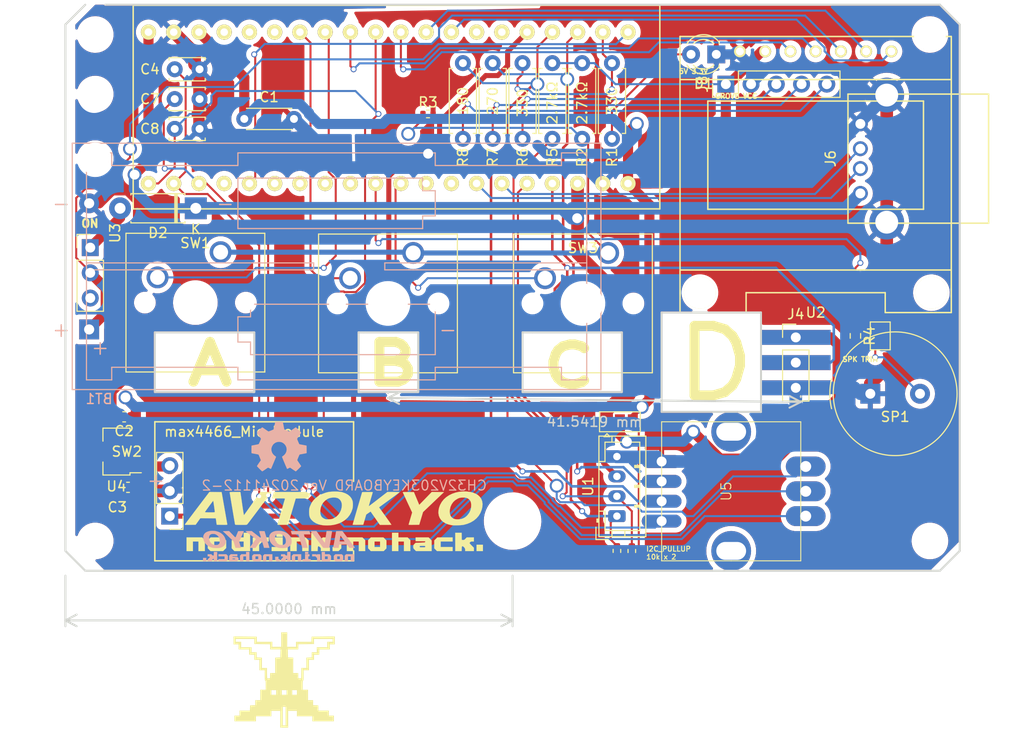
<source format=kicad_pcb>
(kicad_pcb (version 20221018) (generator pcbnew)
  (title_block (date "26 jul 2013"))
  (layers (0 "F.Cu" signal) (31 "B.Cu" signal) (34 "B.Paste" user) (35 "F.Paste" user) (36 "B.SilkS" user "B.Silkscreen") (37 "F.SilkS" user "F.Silkscreen") (38 "B.Mask" user) (39 "F.Mask" user) (44 "Edge.Cuts" user))
  (net 0 "")
  (net 1 "GND")
  (net 2 "BATTERY")
  (net 3 "MIC1")
  (net 4 "VCC")
  (net 5 "Net-(D1-A)")
  (net 6 "ENCODER1")
  (net 7 "ENCODER2")
  (net 8 "Net-(R2-Pad2)")
  (net 9 "AVCC")
  (net 10 "SW_ENCODER")
  (net 11 "Net-(D2-A)")
  (net 12 "+5V")
  (net 13 "Net-(J4-Pin_1)")
  (net 14 "SW3")
  (net 15 "SW1")
  (net 16 "SW2")
  (net 17 "Net-(JP1-B)")
  (net 18 "LED2")
  (net 19 "LED3")
  (net 20 "Net-(R5-Pad2)")
  (net 21 "LED1")
  (net 22 "SCK")
  (net 23 "MOSI")
  (net 24 "OLED_RESET")
  (net 25 "DC")
  (net 26 "CS")
  (net 27 "SPEAKER")
  (net 28 "Net-(J8-Pin_3)")
  (net 29 "USB2_DN")
  (net 30 "USB2_DP")
  (net 31 "Net-(J8-Pin_4)")
  (net 32 "Net-(J8-Pin_5)")
  (net 34 "GROVE_SCL")
  (net 35 "GROVE_SDA")
  (net 43 "MIC2")
  (net 44 "ACENTER")
  (footprint "Jumper:SolderJumper-2_P1.3mm_Bridged_Pad1.0x1.5mm" (layer "F.Cu") (at 170.0856 103.5948 -90)
    (fp_text reference "JP1" hide)
    (fp_text value "Jumper_2_Bridged")
  )
  (footprint "LED_THT:LED_D3.0mm" (layer "F.Cu") (at 153.5856 75.2448 180)
    (fp_text reference "D1")
    (fp_text value "LED")
  )
  (footprint "Resistor_THT:R_Axial_DIN0207_L6.3mm_D2.5mm_P7.62mm_Horizontal" (layer "F.Cu") (at 137.0856 76.1248 -90)
    (fp_text reference "R5")
    (fp_text value "2.7kΩ")
  )
  (footprint "MountingHole:MountingHole_3.2mm_M3" (layer "F.Cu") (at 90.9856 79.5448)
    (fp_text reference "REF**" hide)
    (fp_text value "MountingHole_3.2mm_M3")
  )
  (footprint "Diode_THT:D_DO-41_SOD81_P7.62mm_Horizontal" (layer "F.Cu") (at 101.2056 90.7448 180)
    (fp_text reference "D2")
    (fp_text value "1N6857UR")
  )
  (footprint "MountingHole:MountingHole_5.3mm_M5" (layer "F.Cu") (at 133.0856 122.2448)
    (fp_text reference "REF**" hide)
    (fp_text value "MountingHole_5.3mm_M5")
  )
  (footprint "Package_TO_SOT_SMD:SOT-89-3" (layer "F.Cu") (at 93.2231 115.2448 180)
    (fp_text reference "U4")
    (fp_text value "AP130-25Y")
  )
  (footprint "Connector_PinHeader_2.54mm:PinHeader_1x03_P2.54mm_Vertical" (layer "F.Cu") (at 161.5856 103.7448)
    (fp_text reference "J4")
    (fp_text value "NeoPixel")
  )
  (footprint "Connector_PinHeader_2.54mm:PinHeader_1x03_P2.54mm_Vertical" (layer "F.Cu") (at 90.5856 94.7048)
    (fp_text reference "SW4" hide)
    (fp_text value "SW_SPDT")
  )
  (footprint "Buzzer_Beeper:Buzzer_TDK_PS1240P02BT_D12.2mm_H6.5mm" (layer "F.Cu") (at 169.0856 109.4198)
    (fp_text reference "SP1")
    (fp_text value "SPEAKER")
  )
  (footprint "Resistor_SMD:R_0402_1005Metric" (layer "F.Cu") (at 143.5856 125.2448 90)
    (fp_text reference "R10" hide)
    (fp_text value "10k")
  )
  (footprint "library:EC12PLxxSDVF" (layer "F.Cu") (at 155.0856 119.2448 90)
    (fp_text reference "U5")
    (fp_text value "ROTARYENCODER")
  )
  (footprint "Capacitor_THT:C_Disc_D3.4mm_W2.1mm_P2.50mm" (layer "F.Cu") (at 99.0856 82.7448)
    (fp_text reference "C8")
    (fp_text value "C")
  )
  (footprint "library:AVTOKYO-COPY-30mm" (layer "F.Cu") (at 115.0856 122.2448)
    (fp_text reference "G***" hide)
    (fp_text value "LOGO" hide)
  )
  (footprint "Resistor_SMD:R_0603_1608Metric" (layer "F.Cu") (at 167.5856 103.5948 -90)
    (fp_text reference "R4")
    (fp_text value "OPEN")
  )
  (footprint "Capacitor_THT:C_Disc_D3.4mm_W2.1mm_P2.50mm" (layer "F.Cu") (at 99.0856 79.7448)
    (fp_text reference "C7")
    (fp_text value "C")
  )
  (footprint "library:OLED_0.96in_SPI" (layer "F.Cu") (at 163.5856 99.2448)
    (fp_text reference "U2")
    (fp_text value "OLED_0.96in_SPI")
  )
  (footprint "Button_Switch_Keyboard:SW_Cherry_MX_1.00u_PCB" (layer "F.Cu") (at 103.7056 95.1648)
    (fp_text reference "SW1")
    (fp_text value "OK")
  )
  (footprint "MountingHole:MountingHole_5.3mm_M5" (layer "F.Cu") (at 148.0856 137.2448)
    (fp_text reference "REF**" hide)
    (fp_text value "MountingHole_5.3mm_M5")
  )
  (footprint "Button_Switch_Keyboard:SW_Cherry_MX_1.00u_PCB" (layer "F.Cu") (at 142.7056 95.2448)
    (fp_text reference "SW3")
    (fp_text value "↑")
  )
  (footprint "Resistor_THT:R_Axial_DIN0207_L6.3mm_D2.5mm_P7.62mm_Horizontal" (layer "F.Cu") (at 128.0856 76.1248 -90)
    (fp_text reference "R8")
    (fp_text value "180")
  )
  (footprint "MountingHole:MountingHole_3.2mm_M3" (layer "F.Cu") (at 91.0856 124.2448)
    (fp_text reference "REF**" hide)
    (fp_text value "MountingHole_3.2mm_M3")
  )
  (footprint "library:AVTOKYO-SHOOT-1-size1" (layer "F.Cu") (at 110.0856 138.2448)
    (fp_text reference "G***" hide)
    (fp_text value "LOGO" hide)
  )
  (footprint "Connector_PinHeader_2.54mm:PinHeader_1x05_P2.54mm_Vertical" (layer "F.Cu") (at 154.5456 78.2448 90)
    (fp_text reference "J8")
    (fp_text value "LEDOUT")
  )
  (footprint "MountingHole:MountingHole_3.2mm_M3" (layer "F.Cu") (at 175.0856 73.2448)
    (fp_text reference "REF**" hide)
    (fp_text value "MountingHole_3.2mm_M3")
  )
  (footprint "Capacitor_THT:C_Disc_D3.4mm_W2.1mm_P2.50mm" (layer "F.Cu") (at 99.0856 76.7448)
    (fp_text reference "C4")
    (fp_text value "C")
  )
  (footprint "Capacitor_SMD:C_0603_1608Metric" (layer "F.Cu") (at 94.3856 118.8448 180)
    (fp_text reference "C3")
    (fp_text value "10u")
  )
  (footprint "Capacitor_SMD:C_0603_1608Metric" (layer "F.Cu") (at 93.9981 111.7448 180)
    (fp_text reference "C2")
    (fp_text value "10u")
  )
  (footprint "Capacitor_THT:C_Disc_D4.3mm_W1.9mm_P5.00mm" (layer "F.Cu") (at 106.0856 81.7448)
    (fp_text reference "C1")
    (fp_text value "C")
  )
  (footprint "library:STM32F103C8T6MinimumDevelopBoard" (layer "F.Cu") (at 93.9056 92.0548)
    (fp_text reference "U3")
    (fp_text value "BluePill+")
  )
  (footprint "library:USB_A_Horisontal_Socket_THT" (layer "F.Cu") (at 168.08772 85.7448 90)
    (fp_text reference "J6")
    (fp_text value "USB_A")
  )
  (footprint "Resistor_THT:R_Axial_DIN0207_L6.3mm_D2.5mm_P7.62mm_Horizontal" (layer "F.Cu") (at 140.0856 76.1248 -90)
    (fp_text reference "R2")
    (fp_text value "2.7kΩ")
  )
  (footprint "Resistor_THT:R_Axial_DIN0207_L6.3mm_D2.5mm_P7.62mm_Horizontal" (layer "F.Cu") (at 143.0856 76.1248 -90)
    (fp_text reference "R1")
    (fp_text value "330")
  )
  (footprint "Connector_PinHeader_2.54mm:PinHeader_1x03_P2.54mm_Vertical" (layer "F.Cu") (at 98.5856 121.7448 180)
    (fp_text reference "J7" hide)
    (fp_text value "max4466_Mic_Module")
  )
  (footprint "MountingHole:MountingHole_3.2mm_M3" (layer "F.Cu") (at 91.0856 73.2448)
    (fp_text reference "REF**" hide)
    (fp_text value "MountingHole_3.2mm_M3")
  )
  (footprint "Connector_JST:JST_PH_B4B-PH-K_1x04_P2.00mm_Vertical" (layer "F.Cu") (at 143.5856 121.7448 90)
    (fp_text reference "U1")
    (fp_text value "SEEED_GROVE")
  )
  (footprint "Resistor_SMD:R_0402_1005Metric" (layer "F.Cu") (at 145.0856 125.2548 90)
    (fp_text reference "R9" hide)
    (fp_text value "10k")
  )
  (footprint "Resistor_THT:R_Axial_DIN0207_L6.3mm_D2.5mm_P7.62mm_Horizontal" (layer "F.Cu") (at 131.0856 76.1248 -90)
    (fp_text reference "R7")
    (fp_text value "270")
  )
  (footprint "Resistor_THT:R_Axial_DIN0207_L6.3mm_D2.5mm_P7.62mm_Horizontal" (layer "F.Cu") (at 134.0856 76.1248 -90)
    (fp_text reference "R6")
    (fp_text value "330")
  )
  (footprint "Button_Switch_Keyboard:SW_Cherry_MX_1.00u_PCB" (layer "F.Cu") (at 123.0856 95.2448)
    (fp_text reference "SW2")
    (fp_text value "↓")
  )
  (footprint "Resistor_SMD:R_0402_1005Metric" (layer "F.Cu") (at 124.5756 81.2448)
    (fp_text reference "R3")
    (fp_text value "OPEN")
  )
  (footprint "MountingHole:MountingHole_3.2mm_M3" (layer "F.Cu") (at 91.0856 85.7448)
    (fp_text reference "REF**" hide)
    (fp_text value "MountingHole_3.2mm_M3")
  )
  (footprint "Jumper:SolderJumper-3_P1.3mm_Bridged12_Pad1.0x1.5mm" (layer "F.Cu") (at 143.8856 112.2448)
    (fp_text reference "JP2" hide)
    (fp_text value "GROVE VCC" hide)
  )
  (footprint "MountingHole:MountingHole_3.2mm_M3" (layer "F.Cu") (at 175.0856 124.2448)
    (fp_text reference "REF**" hide)
    (fp_text value "MountingHole_3.2mm_M3")
  )
  (footprint "Battery:BatteryHolder_Keystone_2468_2xAAA" (layer "B.Cu") (at 91.4756 102.9448)
    (fp_text reference "BT1")
    (fp_text value "Battery")
  )
  (footprint "library:OSHW_LOGL_SYLK_5mm" (layer "B.Cu") (at 109.5856 114.7448 180)
    (fp_text reference "OSHW" hide)
    (fp_text value "1.1" hide)
  )
  (footprint "library:AVTOKYO-COPY-15mm" (layer "B.Cu") (at 109.5856 124.7448 180)
    (fp_text reference "G***" hide)
    (fp_text value "LOGO" hide)
  )
  (gr_line (start 97.0856 112.2448) (end 97.0856 126.2448) (stroke (width 0.15)) (layer "F.SilkS"))
  (gr_line (start 117.0856 112.2448) (end 97.0856 112.2448) (stroke (width 0.15)) (layer "F.SilkS"))
  (gr_line (start 117.0856 112.2448) (end 117.0856 118.2448) (stroke (width 0.15)) (layer "F.SilkS"))
  (gr_line (start 97.0856 126.2448) (end 117.0856 126.2448) (stroke (width 0.15)) (layer "F.SilkS"))
  (gr_line (start 117.0856 125.2448) (end 117.0856 126.2448) (stroke (width 0.15)) (layer "F.SilkS"))
  (gr_line (start 144.0856 109.2448) (end 135.0856 109.2448) (stroke (width 0.2)) (layer "Edge.Cuts"))
  (gr_line (start 97.0856 109.2448) (end 107.0856 109.2448) (stroke (width 0.2)) (layer "Edge.Cuts"))
  (gr_line (start 158.0856 111.2448) (end 148.0856 111.2448) (stroke (width 0.2)) (layer "Edge.Cuts"))
  (gr_line (start 107.0856 109.2448) (end 107.0856 103.2448) (stroke (width 0.2)) (layer "Edge.Cuts"))
  (gr_line (start 176.0856 70.2448) (end 92.0856 70.2448) (stroke (width 0.2)) (layer "Edge.Cuts"))
  (gr_line (start 88.0856 87.2448) (end 88.0856 125.2448) (stroke (width 0.2)) (layer "Edge.Cuts"))
  (gr_line (start 144.0856 103.2448) (end 144.0856 109.2448) (stroke (width 0.2)) (layer "Edge.Cuts"))
  (gr_line (start 90.0856 70.2448) (end 88.0856 72.2448) (stroke (width 0.2)) (layer "Edge.Cuts"))
  (gr_line (start 107.0856 103.2448) (end 97.0856 103.2448) (stroke (width 0.2)) (layer "Edge.Cuts"))
  (gr_line (start 148.0856 111.2448) (end 148.0856 101.2448) (stroke (width 0.2)) (layer "Edge.Cuts"))
  (gr_line (start 135.0856 103.2448) (end 144.0856 103.2448) (stroke (width 0.2)) (layer "Edge.Cuts"))
  (gr_line (start 134.0856 103.2448) (end 135.0856 103.2448) (stroke (width 0.2)) (layer "Edge.Cuts"))
  (gr_line (start 158.0856 101.2448) (end 158.0856 111.2448) (stroke (width 0.2)) (layer "Edge.Cuts"))
  (gr_line (start 123.5856 103.2448) (end 123.5856 109.2448) (stroke (width 0.2)) (layer "Edge.Cuts"))
  (gr_line (start 176.0856 127.2448) (end 178.0856 125.2448) (stroke (width 0.2)) (layer "Edge.Cuts"))
  (gr_line (start 148.0856 101.2448) (end 158.0856 101.2448) (stroke (width 0.2)) (layer "Edge.Cuts"))
  (gr_line (start 90.0856 127.2448) (end 176.0856 127.2448) (stroke (width 0.2)) (layer "Edge.Cuts"))
  (gr_line (start 88.0856 72.2448) (end 88.0856 84.2448) (stroke (width 0.2)) (layer "Edge.Cuts"))
  (gr_line (start 118.0856 103.2448) (end 123.5856 103.2448) (stroke (width 0.2)) (layer "Edge.Cuts"))
  (gr_line (start 123.5856 109.2448) (end 117.5856 109.2448) (stroke (width 0.2)) (layer "Edge.Cuts"))
  (gr_line (start 88.0856 84.2448) (end 88.0856 87.2448) (stroke (width 0.2)) (layer "Edge.Cuts"))
  (gr_line (start 117.5856 109.2448) (end 117.5856 103.2448) (stroke (width 0.2)) (layer "Edge.Cuts"))
  (gr_line (start 117.5856 103.2448) (end 118.0856 103.2448) (stroke (width 0.2)) (layer "Edge.Cuts"))
  (gr_line (start 178.0856 72.2448) (end 176.0856 70.2448) (stroke (width 0.2)) (layer "Edge.Cuts"))
  (gr_line (start 178.0856 125.2448) (end 178.0856 72.2448) (stroke (width 0.2)) (layer "Edge.Cuts"))
  (gr_line (start 135.0856 109.2448) (end 134.0856 109.2448) (stroke (width 0.2)) (layer "Edge.Cuts"))
  (gr_line (start 97.0856 103.2448) (end 97.0856 109.2448) (stroke (width 0.2)) (layer "Edge.Cuts"))
  (gr_line (start 88.0856 125.2448) (end 90.0856 127.2448) (stroke (width 0.2)) (layer "Edge.Cuts"))
  (gr_line (start 134.0856 109.2448) (end 134.0856 103.2448) (stroke (width 0.2)) (layer "Edge.Cuts"))
  (gr_text "CH32V203KEYBOARD Ver.20241112-2" (at 130.5856 119.2448) (layer "B.SilkS") (effects (font (size 1 1) (thickness 0.125) bold) (justify left bottom mirror)))
  (gr_text "SPK TRIM" (at 168.0856 106.2448) (layer "F.SilkS") (effects (font (size 0.5 0.5) (thickness 0.125) bold) (justify bottom)))
  (gr_text "A" (at 99.8356 108.7448) (layer "F.SilkS") (effects (font (size 4 5) (thickness 1) bold) (justify left bottom)))
  (gr_text "ON" (at 89.5856 92.7448) (layer "F.SilkS") (effects (font (size 0.8 0.8) (thickness 0.2) bold) (justify left bottom)))
  (gr_text "B" (at 117.8356 108.7448) (layer "F.SilkS") (effects (font (size 4 5) (thickness 1) bold) (justify left bottom)))
  (gr_text "5V 3.3V" (at 151.2856 77.2448) (layer "F.SilkS") (effects (font (size 0.5 0.5) (thickness 0.125) bold) (justify bottom)))
  (gr_text "I2C_PULLUP\n10k x 2" (at 146.4856 126.1448) (layer "F.SilkS") (effects (font (size 0.5 0.5) (thickness 0.1) bold) (justify left bottom)))
  (gr_text "D" (at 148.8356 110.4948) (layer "F.SilkS") (effects (font (size 7 8) (thickness 1) bold) (justify left bottom)))
  (gr_text "GROVE VCC" (at 155.5856 79.7448) (layer "F.SilkS") (effects (font (size 0.5 0.5) (thickness 0.125) bold) (justify bottom)))
  (gr_text "C" (at 135.5856 108.9948) (layer "F.SilkS") (effects (font (size 4 5) (thickness 1) bold) (justify left bottom)))
  (dimension (type aligned) (layer "Edge.Cuts") (pts (xy 120.5456 109.8498) (xy 162.0856 110.2448)) (height 0) (gr_text "41.5419 mm" (at 141.326535 112.2448 359.4551962) (layer "Edge.Cuts") (effects (font (size 1 1) (thickness 0.15)))) (format (prefix "") (suffix "") (units 3) (units_format 1) (precision 4)) (style (thickness 0.2) (arrow_length 1.27) (text_position_mode 2) (extension_height 0.58642) (extension_offset 0.5) keep_text_aligned))
  (dimension (type aligned) (layer "Edge.Cuts") (pts (xy 88.0856 127.2448) (xy 133.0856 127.2448)) (height 5) (gr_text "45.0000 mm" (at 110.5856 131.0948) (layer "Edge.Cuts") (effects (font (size 1 1) (thickness 0.15)))) (format (prefix "") (suffix "") (units 3) (units_format 1) (precision 4)) (style (thickness 0.2) (arrow_length 1.27) (text_position_mode 0) (extension_height 0.58642) (extension_offset 0.5) keep_text_aligned))
  (segment (start 94.4776 107.4528) (end 94.4776 93.8528) (width 1.016) (layer "F.Cu") (net 1))
  (segment (start 94.571836 115.2448) (end 92.723274 113.396238) (width 1.016) (layer "F.Cu") (net 1))
  (segment (start 92.723274 109.207126) (end 94.4776 107.4528) (width 1.016) (layer "F.Cu") (net 1))
  (segment (start 94.571836 115.2448) (end 95.0856 115.2448) (width 1.016) (layer "F.Cu") (net 1))
  (segment (start 93.2631 115.2448) (end 95.0856 115.2448) (width 1.016) (layer "F.Cu") (net 1))
  (segment (start 94.33753 88.941492) (end 92.778908 88.941492) (width 1.016) (layer "F.Cu") (net 1))
  (segment (start 94.4776 93.8528) (end 95.3936 92.9368) (width 1.016) (layer "F.Cu") (net 1))
  (segment (start 93.6881 115.948932) (end 94.392232 115.2448) (width 1.27) (layer "F.Cu") (net 1))
  (segment (start 98.9856 73.0048) (end 101.0856 75.1048) (width 1.27) (layer "F.Cu") (net 1))
  (segment (start 173.5856 103.9198) (end 169.0856 108.4198) (width 1.27) (layer "F.Cu") (net 1))
  (segment (start 95.3936 89.997562) (end 94.33753 88.941492) (width 1.016) (layer "F.Cu") (net 1))
  (segment (start 125.0856 81.2448) (end 125.0856 84.7448) (width 0.2032) (layer "F.Cu") (net 1))
  (segment (start 94.392232 115.2448) (end 95.0856 115.2448) (width 1.27) (layer "F.Cu") (net 1))
  (segment (start 101.5856 76.7448) (end 101.5856 79.7448) (width 1.27) (layer "F.Cu") (net 1))
  (segment (start 92.723274 113.396238) (end 92.723274 109.207126) (width 1.016) (layer "F.Cu") (net 1))
  (segment (start 93.4481 116.368536) (end 94.571836 115.2448) (width 1.016) (layer "F.Cu") (net 1))
  (segment (start 170.73772 92.1448) (end 170.73772 98.611241) (width 1.27) (layer "F.Cu") (net 1))
  (segment (start 92.778908 88.941492) (end 91.4756 90.2448) (width 1.016) (layer "F.Cu") (net 1))
  (segment (start 125.0856 84.7448) (end 124.5856 85.2448) (width 0.2032) (layer "F.Cu") (net 1))
  (segment (start 96.774666 119.2048) (end 95.791666 120.1878) (width 1.27) (layer "F.Cu") (net 1))
  (segment (start 93.2231 111.7448) (end 93.2231 113.896064) (width 1.016) (layer "F.Cu") (net 1))
  (segment (start 94.5286 120.1878) (end 93.6881 119.3473) (width 1.27) (layer "F.Cu") (net 1))
  (segment (start 170.73772 79.3448) (end 170.73772 92.1448) (width 1.27) (layer "F.Cu") (net 1))
  (segment (start 93.2231 113.896064) (end 94.571836 115.2448) (width 1.016) (layer "F.Cu") (net 1))
  (segment (start 95.791666 120.1878) (end 94.5286 120.1878) (width 1.27) (layer "F.Cu") (net 1))
  (segment (start 91.4756 90.2448) (end 90.4756 90.2448) (width 1.016) (layer "F.Cu") (net 1))
  (segment (start 169.73772 98.611241) (end 173.5856 102.459121) (width 1.27) (layer "F.Cu") (net 1))
  (segment (start 169.0856 108.4198) (end 169.0856 109.4198) (width 1.27) (layer "F.Cu") (net 1))
  (segment (start 93.4481 118.9698) (end 93.4481 116.368536) (width 1.016) (layer "F.Cu") (net 1))
  (segment (start 173.5856 102.459121) (end 173.5856 103.9198) (width 1.27) (layer "F.Cu") (net 1))
  (segment (start 101.0856 76.2448) (end 101.5856 76.7448) (width 1.27) (layer "F.Cu") (net 1))
  (segment (start 101.5856 79.7448) (end 101.5856 82.7448) (width 1.27) (layer "F.Cu") (net 1))
  (segment (start 95.3936 92.9368) (end 95.3936 89.997562) (width 1.016) (layer "F.Cu") (net 1))
  (segment (start 101.0856 75.1048) (end 101.0856 76.2448) (width 1.27) (layer "F.Cu") (net 1))
  (segment (start 98.5856 119.2048) (end 96.774666 119.2048) (width 1.27) (layer "F.Cu") (net 1))
  (segment (start 93.6881 119.3473) (end 93.6881 115.948932) (width 1.27) (layer "F.Cu") (net 1))
  (via (at 124.5856 85.2448) (size 1.39954) (drill 1.00076) (layers "F.Cu" "B.Cu") (net 1))
  (segment (start 157.0856 76.4148) (end 157.0856 78.2448) (width 1.016) (layer "B.Cu") (net 1))
  (segment (start 101.3856 118.1448) (end 103.7856 115.7448) (width 1.27) (layer "B.Cu") (net 1))
  (segment (start 111.0856 81.7448) (end 109.4506 83.3798) (width 1.27) (layer "B.Cu") (net 1))
  (segment (start 124.5856 86.6478) (end 140.5686 86.6478) (width 1.27) (layer "B.Cu") (net 1))
  (segment (start 158.638944 76.691456) (end 165.494056 76.691456) (width 1.016) (layer "B.Cu") (net 1))
  (segment (start 157.0856 78.2448) (end 158.638944 76.691456) (width 1.016) (layer "B.Cu") (net 1))
  (segment (start 148.0856 116.2448) (end 147.62037 115.77957) (width 1.27) (layer "B.Cu") (net 1))
  (segment (start 111.0856 81.7448) (end 115.9886 86.6478) (width 1.27) (layer "B.Cu") (net 1))
  (segment (start 155.3156 75.2448) (end 155.6156 74.9448) (width 1.016) (layer "B.Cu") (net 1))
  (segment (start 153.5856 75.2448) (end 155.3156 75.2448) (width 1.016) (layer "B.Cu") (net 1))
  (segment (start 161.5856 110.74689) (end 156.08769 116.2448) (width 1.27) (layer "B.Cu") (net 1))
  (segment (start 109.4506 83.3798) (end 102.2206 83.3798) (width 1.27) (layer "B.Cu") (net 1))
  (segment (start 99.6456 118.1448) (end 101.3856 118.1448) (width 1.27) (layer "B.Cu") (net 1))
  (segment (start 168.98772 79.3448) (end 166.42592 76.783) (width 1.27) (layer "B.Cu") (net 1))
  (segment (start 115.9886 86.6478) (end 124.5856 86.6478) (width 1.27) (layer "B.Cu") (net 1))
  (segment (start 156.08769 116.2448) (end 148.0856 116.2448) (width 1.27) (layer "B.Cu") (net 1))
  (segment (start 102.2206 83.3798) (end 101.5856 82.7448) (width 1.27) (layer "B.Cu") (net 1))
  (segment (start 161.5856 108.8248) (end 161.5856 110.74689) (width 1.27) (layer "B.Cu") (net 1))
  (segment (start 155.6156 74.9448) (end 157.0856 76.4148) (width 1.016) (layer "B.Cu") (net 1))
  (segment (start 167.4906 108.8248) (end 168.0856 109.4198) (width 1.27) (layer "B.Cu") (net 1))
  (segment (start 140.5686 86.6478) (end 142.1656 88.2448) (width 1.27) (layer "B.Cu") (net 1))
  (segment (start 147.62037 115.77957) (end 143.62037 115.77957) (width 1.27) (layer "B.Cu") (net 1))
  (segment (start 161.5856 108.8248) (end 167.4906 108.8248) (width 1.27) (layer "B.Cu") (net 1))
  (segment (start 124.5856 85.2448) (end 124.5856 86.6478) (width 0.2032) (layer "B.Cu") (net 1))
  (segment (start 165.494056 76.691456) (end 165.5856 76.783) (width 1.016) (layer "B.Cu") (net 1))
  (segment (start 103.7856 115.7448) (end 143.5856 115.7448) (width 1.27) (layer "B.Cu") (net 1))
  (segment (start 166.42592 76.783) (end 165.5856 76.783) (width 1.27) (layer "B.Cu") (net 1))
  (segment (start 170.73772 79.3448) (end 168.98772 79.3448) (width 1.27) (layer "B.Cu") (net 1))
  (segment (start 163.43472 86.6478) (end 170.73772 79.3448) (width 1.27) (layer "B.Cu") (net 1))
  (segment (start 143.62037 115.77957) (end 143.5856 115.7448) (width 1.27) (layer "B.Cu") (net 1))
  (segment (start 141.5686 86.6478) (end 163.43472 86.6478) (width 1.27) (layer "B.Cu") (net 1))
  (segment (start 98.5856 119.2048) (end 99.6456 118.1448) (width 1.27) (layer "B.Cu") (net 1))
  (segment (start 90.4756 102.9448) (end 92.1436 101.2768) (width 1.016) (layer "F.Cu") (net 2))
  (segment (start 91.465589 88.7448) (end 90.13486 88.7448) (width 0.2032) (layer "F.Cu") (net 2))
  (segment (start 89.174 95.728252) (end 90.638074 97.192326) (width 0.2032) (layer "F.Cu") (net 2))
  (segment (start 90.13486 88.7448) (end 89.174 89.70566) (width 0.2032) (layer "F.Cu") (net 2))
  (segment (start 92.1436 98.8028) (end 90.5856 97.2448) (width 1.016) (layer "F.Cu") (net 2))
  (segment (start 89.174 89.70566) (end 89.174 95.728252) (width 0.2032) (layer "F.Cu") (net 2))
  (segment (start 94.5856 84.7448) (end 94.5856 85.624789) (width 0.2032) (layer "F.Cu") (net 2))
  (segment (start 92.1436 101.2768) (end 92.1436 98.8028) (width 1.016) (layer "F.Cu") (net 2))
  (segment (start 94.5856 85.624789) (end 91.465589 88.7448) (width 0.2032) (layer "F.Cu") (net 2))
  (via (at 94.5856 84.7448) (size 1.39954) (drill 1.00076) (layers "F.Cu" "B.Cu") (net 2))
  (segment (start 125.6136 74.2168) (end 124.0856 75.7448) (width 0.2032) (layer "B.Cu") (net 2))
  (segment (start 124.0856 75.7448) (end 107.870441 75.7448) (width 0.2032) (layer "B.Cu") (net 2))
  (segment (start 105.083241 78.532) (end 98.2984 78.532) (width 0.2032) (layer "B.Cu") (net 2))
  (segment (start 98.2984 78.532) (end 94.5856 82.2448) (width 0.2032) (layer "B.Cu") (net 2))
  (segment (start 143.4936 74.2168) (end 125.6136 74.2168) (width 0.2032) (layer "B.Cu") (net 2))
  (segment (start 94.5856 82.2448) (end 94.5856 84.7448) (width 0.2032) (layer "B.Cu") (net 2))
  (segment (start 144.7056 73.0048) (end 143.4936 74.2168) (width 0.2032) (layer "B.Cu") (net 2))
  (segment (start 107.870441 75.7448) (end 105.083241 78.532) (width 0.2032) (layer "B.Cu") (net 2))
  (segment (start 132.5856 74.9648) (end 134.5456 73.0048) (width 0.508) (layer "F.Cu") (net 3))
  (segment (start 130.385282 77.3788) (end 131.59791 77.3788) (width 0.508) (layer "F.Cu") (net 3))
  (segment (start 120.6296 96.7008) (end 120.6296 87.526263) (width 0.508) (layer "F.Cu") (net 3))
  (segment (start 125.217567 86.39857) (end 125.73937 85.876767) (width 0.508) (layer "F.Cu") (net 3))
  (segment (start 121.757293 86.39857) (end 125.217567 86.39857) (width 0.508) (layer "F.Cu") (net 3))
  (segment (start 120.6296 87.526263) (end 121.757293 86.39857) (width 0.508) (layer "F.Cu") (net 3))
  (segment (start 111.151918 121.7448) (end 114.2316 118.665118) (width 0.508) (layer "F.Cu") (net 3))
  (segment (start 125.73937 82.024712) (end 130.385282 77.3788) (width 0.508) (layer "F.Cu") (net 3))
  (segment (start 117.0856 115.811118) (end 117.0856 100.2448) (width 0.508) (layer "F.Cu") (net 3))
  (segment (start 117.0856 100.2448) (end 120.6296 96.7008) (width 0.508) (layer "F.Cu") (net 3))
  (segment (start 131.59791 77.3788) (end 132.5856 76.39111) (width 0.508) (layer "F.Cu") (net 3))
  (segment (start 114.2316 118.665118) (end 117.0856 115.811118) (width 0.508) (layer "F.Cu") (net 3))
  (segment (start 132.5856 76.39111) (end 132.5856 74.9648) (width 0.508) (layer "F.Cu") (net 3))
  (segment (start 98.5856 121.7448) (end 111.151918 121.7448) (width 0.508) (layer "F.Cu") (net 3))
  (segment (start 125.73937 85.876767) (end 125.73937 82.024712) (width 0.508) (layer "F.Cu") (net 3))
  (segment (start 94.7731 112.7448) (end 94.7731 113.3448) (width 1.016) (layer "F.Cu") (net 4))
  (segment (start 146.8536 90.3928) (end 144.7056 88.2448) (width 1.016) (layer "F.Cu") (net 4))
  (segment (start 145.785283 125.065117) (end 145.785283 112.844483) (width 0.2032) (layer "F.Cu") (net 4))
  (segment (start 95.1731 110.8323) (end 94.131044 109.790244) (width 1.016) (layer "F.Cu") (net 4))
  (segment (start 146.8536 109.9768) (end 146.8536 95.7448) (width 1.016) (layer "F.Cu") (net 4))
  (segment (start 94.7731 113.3448) (end 95.1731 113.7448) (width 1.016) (layer "F.Cu") (net 4))
  (segment (start 144.7056 88.2448) (end 144.7056 83.1248) (width 1.016) (layer "F.Cu") (net 4))
  (segment (start 147.994706 88.2448) (end 154.5456 81.693906) (width 1.016) (layer "F.Cu") (net 4))
  (segment (start 146.0856 110.7448) (end 146.8536 109.9768) (width 1.016) (layer "F.Cu") (net 4))
  (segment (start 154.8556 78.2448) (end 158.1556 74.9448) (width 1.016) (layer "F.Cu") (net 4))
  (segment (start 145.1856 111.6448) (end 146.0856 110.7448) (width 0.508) (layer "F.Cu") (net 4))
  (segment (start 106.0856 77.5648) (end 106.0856 81.7448) (width 1.016) (layer "F.Cu") (net 4))
  (segment (start 143.5956 125.7648) (end 143.5856 125.7548) (width 0.2032) (layer "F.Cu") (net 4))
  (segment (start 154.5456 81.693906) (end 154.5456 78.2448) (width 1.016) (layer "F.Cu") (net 4))
  (segment (start 95.1731 113.7448) (end 95.1731 110.8323) (width 1.016) (layer "F.Cu") (net 4))
  (segment (start 145.785283 112.844483) (end 145.1856 112.2448) (width 0.2032) (layer "F.Cu") (net 4))
  (segment (start 94.7731 111.7448) (end 94.7731 112.7448) (width 1.016) (layer "F.Cu") (net 4))
  (segment (start 154.5456 78.2448) (end 154.8556 78.2448) (width 1.016) (layer "F.Cu") (net 4))
  (segment (start 146.8536 95.7448) (end 146.8536 90.3928) (width 1.016) (layer "F.Cu") (net 4))
  (segment (start 144.7056 83.1248) (end 145.5856 82.2448) (width 1.016) (layer "F.Cu") (net 4))
  (segment (start 146.0856 88.2448) (end 147.994706 88.2448) (width 1.016) (layer "F.Cu") (net 4))
  (segment (start 144.7056 88.2448) (end 146.994706 88.2448) (width 1.016) (layer "F.Cu") (net 4))
  (segment (start 158.1556 74.9448) (end 158.5056 74.9448) (width 1.016) (layer "F.Cu") (net 4))
  (segment (start 101.5256 73.0048) (end 106.0856 77.5648) (width 1.016) (layer "F.Cu") (net 4))
  (segment (start 145.0856 125.7648) (end 143.5956 125.7648) (width 0.2032) (layer "F.Cu") (net 4))
  (segment (start 145.0856 125.7648) (end 145.785283 125.065117) (width 0.2032) (layer "F.Cu") (net 4))
  (segment (start 145.1856 112.2448) (end 145.1856 111.6448) (width 0.508) (layer "F.Cu") (net 4))
  (via (at 145.5856 82.2448) (size 1.39954) (drill 1.00076) (layers "F.Cu" "B.Cu") (net 4))
  (via (at 94.131044 109.790244) (size 1.39954) (drill 1.00076) (layers "F.Cu" "B.Cu") (net 4))
  (via (at 146.0856 110.7448) (size 1.39954) (drill 1.00076) (layers "F.Cu" "B.Cu") (net 4))
  (segment (start 113.5936 82.2528) (end 112.5936 81.2528) (width 1.016) (layer "B.Cu") (net 4))
  (segment (start 112.5936 81.12728) (end 111.70312 80.2368) (width 1.016) (layer "B.Cu") (net 4))
  (segment (start 112.5936 81.2528) (end 112.5936 81.12728) (width 1.016) (layer "B.Cu") (net 4))
  (segment (start 143.70312 85.2528) (end 144.5936 84.36232) (width 1.016) (layer "B.Cu") (net 4))
  (segment (start 120.511128 81.7448) (end 120.003128 82.2528) (width 1.016) (layer "B.Cu") (net 4))
  (segment (start 111.70312 80.2368) (end 107.5936 80.2368) (width 1.016) (layer "B.Cu") (net 4))
  (segment (start 143.21112 81.7448) (end 120.511128 81.7448) (width 1.016) (layer "B.Cu") (net 4))
  (segment (start 136.46808 85.2528) (end 143.70312 85.2528) (width 1.016) (layer "B.Cu") (net 4))
  (segment (start 137.0856 76.1248) (end 140.0856 76.1248) (width 0.2032) (layer "B.Cu") (net 4))
  (segment (start 144.5936 83.12728) (end 143.21112 81.7448) (width 1.016) (layer "B.Cu") (net 4))
  (segment (start 145.5856 83.37032) (end 143.70312 85.2528) (width 1.016) (layer "B.Cu") (net 4))
  (segment (start 107.5936 80.2368) (end 106.0856 81.7448) (width 1.016) (layer "B.Cu") (net 4))
  (segment (start 144.5936 84.36232) (end 144.5936 83.12728) (width 1.016) (layer "B.Cu") (net 4))
  (segment (start 141.316391 76.1248) (end 143.436391 78.2448) (width 0.2032) (layer "B.Cu") (net 4))
  (segment (start 146.0856 110.7448) (end 95.0856 110.7448) (width 1.016) (layer "B.Cu") (net 4))
  (segment (start 145.5856 82.2448) (end 145.5856 83.37032) (width 1.016) (layer "B.Cu") (net 4))
  (segment (start 95.0856 110.7448) (end 94.131044 109.790244) (width 1.016) (layer "B.Cu") (net 4))
  (segment (start 140.0856 76.1248) (end 141.316391 76.1248) (width 0.2032) (layer "B.Cu") (net 4))
  (segment (start 135.5856 84.37032) (end 136.46808 85.2528) (width 1.016) (layer "B.Cu") (net 4))
  (segment (start 120.003128 82.2528) (end 113.5936 82.2528) (width 1.016) (layer "B.Cu") (net 4))
  (segment (start 143.436391 78.2448) (end 154.5456 78.2448) (width 0.2032) (layer "B.Cu") (net 4))
  (segment (start 148.8206 75.2448) (end 143.0856 80.9798) (width 0.2032) (layer "F.Cu") (net 5))
  (segment (start 151.0456 75.2448) (end 148.8206 75.2448) (width 0.2032) (layer "F.Cu") (net 5))
  (segment (start 143.0856 80.9798) (end 143.0856 83.7448) (width 0.2032) (layer "F.Cu") (net 5))
  (segment (start 99.0856 76.7448) (end 100.1872 77.8464) (width 0.2032) (layer "F.Cu") (net 6))
  (segment (start 107.5856 94.498272) (end 107.5856 119.7448) (width 0.2032) (layer "F.Cu") (net 6))
  (segment (start 100.1872 77.8464) (end 100.1872 87.0432) (width 0.2032) (layer "F.Cu") (net 6))
  (segment (start 100.0492 89.3084) (end 102.395728 89.3084) (width 0.2032) (layer "F.Cu") (net 6))
  (segment (start 100.1872 87.0432) (end 98.9856 88.2448) (width 0.2032) (layer "F.Cu") (net 6))
  (segment (start 102.395728 89.3084) (end 107.5856 94.498272) (width 0.2032) (layer "F.Cu") (net 6))
  (segment (start 98.9856 88.2448) (end 100.0492 89.3084) (width 0.2032) (layer "F.Cu") (net 6))
  (via (at 107.5856 119.7448) (size 0.6) (drill 0.4) (layers "F.Cu" "B.Cu") (net 6))
  (segment (start 133.502388 118.648) (end 133.099188 118.2448) (width 0.2032) (layer "B.Cu") (net 6))
  (segment (start 139.87301 124.0512) (end 136.316833 120.495023) (width 0.2032) (layer "B.Cu") (net 6))
  (segment (start 162.5856 121.7448) (end 152.421333 121.7448) (width 0.2032) (layer "B.Cu") (net 6))
  (segment (start 150.114933 124.0512) (end 139.87301 124.0512) (width 0.2032) (layer "B.Cu") (net 6))
  (segment (start 152.421333 121.7448) (end 150.114933 124.0512) (width 0.2032) (layer "B.Cu") (net 6))
  (segment (start 136.316833 120.353581) (end 134.611252 118.648) (width 0.2032) (layer "B.Cu") (net 6))
  (segment (start 136.316833 120.495023) (end 136.316833 120.353581) (width 0.2032) (layer "B.Cu") (net 6))
  (segment (start 133.099188 118.2448) (end 130.65581 118.2448) (width 0.2032) (layer "B.Cu") (net 6))
  (segment (start 111.892 124.0512) (end 107.5856 119.7448) (width 0.2032) (layer "B.Cu") (net 6))
  (segment (start 124.84941 124.0512) (end 111.892 124.0512) (width 0.2032) (layer "B.Cu") (net 6))
  (segment (start 134.611252 118.648) (end 133.502388 118.648) (width 0.2032) (layer "B.Cu") (net 6))
  (segment (start 130.65581 118.2448) (end 124.84941 124.0512) (width 0.2032) (layer "B.Cu") (net 6))
  (segment (start 97.984 80.8464) (end 97.984 86.6432) (width 0.2032) (layer "F.Cu") (net 7))
  (segment (start 101.5256 88.2448) (end 102.2876 88.2448) (width 0.2032) (layer "F.Cu") (net 7))
  (segment (start 102.2876 88.2448) (end 108.4856 94.4428) (width 0.2032) (layer "F.Cu") (net 7))
  (segment (start 97.984 86.6432) (end 98.0856 86.7448) (width 0.2032) (layer "F.Cu") (net 7))
  (segment (start 99.0856 79.7448) (end 97.984 80.8464) (width 0.2032) (layer "F.Cu") (net 7))
  (segment (start 108.4856 94.4428) (end 108.4856 119.6448) (width 0.2032) (layer "F.Cu") (net 7))
  (via (at 108.4856 119.6448) (size 0.6) (drill 0.4) (layers "F.Cu" "B.Cu") (net 7))
  (via (at 98.0856 86.7448) (size 0.6) (drill 0.4) (layers "F.Cu" "B.Cu") (net 7))
  (segment (start 134.778262 118.2448) (end 133.669398 118.2448) (width 0.2032) (layer "B.Cu") (net 7))
  (segment (start 111.65581 123.2448) (end 108.5856 120.17459) (width 0.2032) (layer "B.Cu") (net 7))
  (segment (start 100.0256 86.7448) (end 101.5256 88.2448) (width 0.2032) (layer "B.Cu") (net 7))
  (segment (start 133.266198 117.8416) (end 130.4888 117.8416) (width 0.2032) (layer "B.Cu") (net 7))
  (segment (start 125.0856 123.2448) (end 111.65581 123.2448) (width 0.2032) (layer "B.Cu") (net 7))
  (segment (start 136.720033 120.328013) (end 136.720033 120.186571) (width 0.2032) (layer "B.Cu") (net 7))
  (segment (start 149.947923 123.648) (end 140.04002 123.648) (width 0.2032) (layer "B.Cu") (net 7))
  (segment (start 140.04002 123.648) (end 136.720033 120.328013) (width 0.2032) (layer "B.Cu") (net 7))
  (segment (start 98.0856 86.7448) (end 100.0256 86.7448) (width 0.2032) (layer "B.Cu") (net 7))
  (segment (start 154.351123 119.2448) (end 149.947923 123.648) (width 0.2032) (layer "B.Cu") (net 7))
  (segment (start 108.5856 119.7448) (end 108.4856 119.6448) (width 0.2032) (layer "B.Cu") (net 7))
  (segment (start 162.5856 119.2448) (end 154.351123 119.2448) (width 0.2032) (layer "B.Cu") (net 7))
  (segment (start 108.5856 120.17459) (end 108.5856 119.7448) (width 0.2032) (layer "B.Cu") (net 7))
  (segment (start 130.4888 117.8416) (end 125.0856 123.2448) (width 0.2032) (layer "B.Cu") (net 7))
  (segment (start 133.669398 118.2448) (end 133.266198 117.8416) (width 0.2032) (layer "B.Cu") (net 7))
  (segment (start 136.720033 120.186571) (end 134.778262 118.2448) (width 0.2032) (layer "B.Cu") (net 7))
  (segment (start 140.0856 83.7448) (end 140.6892 84.3484) (width 0.2032) (layer "F.Cu") (net 8))
  (segment (start 124.0656 81.2448) (end 124.0656 81.7648) (width 0.2032) (layer "F.Cu") (net 8))
  (segment (start 140.6892 93.2284) (end 142.7056 95.2448) (width 0.2032) (layer "F.Cu") (net 8))
  (segment (start 124.0656 81.7648) (end 122.5856 83.2448) (width 0.2032) (layer "F.Cu") (net 8))
  (segment (start 140.6892 84.3484) (end 140.6892 93.2284) (width 0.2032) (layer "F.Cu") (net 8))
  (via (at 122.5856 83.2448) (size 1.39954) (drill 1.00076) (layers "F.Cu" "B.Cu") (net 8))
  (segment (start 103.7056 95.1648) (end 123.0056 95.1648) (width 0.508) (layer "B.Cu") (net 8))
  (segment (start 123.0856 95.2448) (end 142.7056 95.2448) (width 0.508) (layer "B.Cu") (net 8))
  (segment (start 138.984 82.6432) (end 123.1872 82.6432) (width 0.2032) (layer "B.Cu") (net 8))
  (segment (start 123.0056 95.1648) (end 123.0856 95.2448) (width 0.508) (layer "B.Cu") (net 8))
  (segment (start 123.1872 82.6432) (end 122.5856 83.2448) (width 0.2032) (layer "B.Cu") (net 8))
  (segment (start 140.0856 83.7448) (end 138.984 82.6432) (width 0.2032) (layer "B.Cu") (net 8))
  (segment (start 95.1731 116.7448) (end 98.5056 116.7448) (width 1.016) (layer "F.Cu") (net 9))
  (segment (start 95.1606 116.7573) (end 95.1731 116.7448) (width 1.016) (layer "F.Cu") (net 9))
  (segment (start 98.5056 116.7448) (end 98.5856 116.6648) (width 1.016) (layer "F.Cu") (net 9))
  (segment (start 95.1606 118.8448) (end 95.1606 116.7573) (width 1.016) (layer "F.Cu") (net 9))
  (segment (start 118.242 98.258902) (end 117.319194 99.181708) (width 0.2032) (layer "F.Cu") (net 10))
  (segment (start 116.093498 99.1232) (end 114.967881 99.1232) (width 0.2032) (layer "F.Cu") (net 10))
  (segment (start 119.3056 73.0048) (end 119.3056 80.9648) (width 0.2032) (layer "F.Cu") (net 10))
  (segment (start 118.242 82.5884) (end 118.242 98.258902) (width 0.2032) (layer "F.Cu") (net 10))
  (segment (start 111.0856 117.7448) (end 112.5856 119.2448) (width 0.2032) (layer "F.Cu") (net 10))
  (segment (start 119.5856 81.2448) (end 118.242 82.5884) (width 0.2032) (layer "F.Cu") (net 10))
  (segment (start 116.152006 99.181708) (end 116.093498 99.1232) (width 0.2032) (layer "F.Cu") (net 10))
  (segment (start 119.3056 80.9648) (end 119.5856 81.2448) (width 0.2032) (layer "F.Cu") (net 10))
  (segment (start 114.0856 100.005481) (end 114.0856 117.7448) (width 0.2032) (layer "F.Cu") (net 10))
  (segment (start 114.0856 117.7448) (end 112.5856 119.2448) (width 0.2032) (layer "F.Cu") (net 10))
  (segment (start 97.436391 88.2448) (end 96.4456 88.2448) (width 0.2032) (layer "F.Cu") (net 10))
  (segment (start 99.0856 86.595591) (end 97.436391 88.2448) (width 0.2032) (layer "F.Cu") (net 10))
  (segment (start 114.967881 99.1232) (end 114.0856 100.005481) (width 0.2032) (layer "F.Cu") (net 10))
  (segment (start 99.0856 82.7448) (end 99.0856 86.595591) (width 0.2032) (layer "F.Cu") (net 10))
  (segment (start 117.319194 99.181708) (end 116.152006 99.181708) (width 0.2032) (layer "F.Cu") (net 10))
  (via (at 119.5856 81.2448) (size 0.6) (drill 0.4) (layers "F.Cu" "B.Cu") (net 10))
  (via (at 112.5856 119.2448) (size 0.6) (drill 0.4) (layers "F.Cu" "B.Cu") (net 10))
  (segment (start 147.4356 122.8948) (end 148.0856 122.2448) (width 0.2032) (layer "B.Cu") (net 10))
  (segment (start 119.5856 81.2448) (end 117.276 78.9352) (width 0.2032) (layer "B.Cu") (net 10))
  (segment (start 137.123233 120.01956) (end 137.123233 120.161002) (width 0.2032) (layer "B.Cu") (net 10))
  (segment (start 137.711832 120.7496) (end 137.853274 120.749601) (width 0.2032) (layer "B.Cu") (net 10))
  (segment (start 116.134 122.7932) (end 119.134 122.7932) (width 0.2032) (layer "B.Cu") (net 10))
  (segment (start 124.4888 117.4384) (end 133.433209 117.4384) (width 0.2032) (layer "B.Cu") (net 10))
  (segment (start 133.433209 117.4384) (end 133.836409 117.8416) (width 0.2032) (layer "B.Cu") (net 10))
  (segment (start 139.998472 122.8948) (end 147.4356 122.8948) (width 0.2032) (layer "B.Cu") (net 10))
  (segment (start 112.5856 119.2448) (end 116.134 122.7932) (width 0.2032) (layer "B.Cu") (net 10))
  (segment (start 137.123233 120.161002) (end 137.711832 120.7496) (width 0.2032) (layer "B.Cu") (net 10))
  (segment (start 102.776 80.105186) (end 101.636386 81.2448) (width 0.2032) (layer "B.Cu") (net 10))
  (segment (start 137.853274 120.749601) (end 139.998472 122.8948) (width 0.2032) (layer "B.Cu") (net 10))
  (segment (start 133.836409 117.8416) (end 134.945273 117.8416) (width 0.2032) (layer "B.Cu") (net 10))
  (segment (start 103.250252 78.9352) (end 102.776 79.409452) (width 0.2032) (layer "B.Cu") (net 10))
  (segment (start 100.5856 81.2448) (end 99.0856 82.7448) (width 0.2032) (layer "B.Cu") (net 10))
  (segment (start 117.276 78.9352) (end 103.250252 78.9352) (width 0.2032) (layer "B.Cu") (net 10))
  (segment (start 102.776 79.409452) (end 102.776 80.105186) (width 0.2032) (layer "B.Cu") (net 10))
  (segment (start 134.945273 117.8416) (end 137.123233 120.01956) (width 0.2032) (layer "B.Cu") (net 10))
  (segment (start 101.636386 81.2448) (end 100.5856 81.2448) (width 0.2032) (layer "B.Cu") (net 10))
  (segment (start 119.134 122.7932) (end 124.4888 117.4384) (width 0.2032) (layer "B.Cu") (net 10))
  (segment (start 93.5856 91.7048) (end 90.5856 94.7048) (width 1.016) (layer "F.Cu") (net 11))
  (segment (start 93.5856 90.7448) (end 93.5856 91.7048) (width 1.016) (layer "F.Cu") (net 11))
  (segment (start 95.047972 87.355618) (end 96.4456 85.95799) (width 1.016) (layer "F.Cu") (net 12))
  (segment (start 96.4456 85.95799) (end 96.4456 73.0048) (width 1.016) (layer "F.Cu") (net 12))
  (segment (start 144.8206 102.940353) (end 144.8206 109.549247) (width 1.27) (layer "F.Cu") (net 12))
  (segment (start 139.6256 88.2448) (end 139.6256 95.2848) (width 1.27) (layer "F.Cu") (net 12))
  (segment (start 143.5106 101.630353) (end 144.8206 102.940353) (width 1.27) (layer "F.Cu") (net 12))
  (segment (start 144.8206 109.549247) (end 144.125047 110.2448) (width 1.27) (layer "F.Cu") (net 12))
  (segment (start 139.6256 95.2848) (end 143.5106 99.1698) (width 1.27) (layer "F.Cu") (net 12))
  (segment (start 143.5106 99.1698) (end 143.5106 101.630353) (width 1.27) (layer "F.Cu") (net 12))
  (segment (start 142.5506 111.148932) (end 142.5506 112.2448) (width 1.27) (layer "F.Cu") (net 12))
  (segment (start 144.125047 110.2448) (end 143.454732 110.2448) (width 1.27) (layer "F.Cu") (net 12))
  (segment (start 143.454732 110.2448) (end 142.5506 111.148932) (width 1.27) (layer "F.Cu") (net 12))
  (via (at 139.5856 91.7448) (size 1.39954) (drill 1.00076) (layers "F.Cu" "B.Cu") (net 12))
  (via (at 95.047972 87.355618) (size 1.39954) (drill 1.00076) (layers "F.Cu" "B.Cu") (net 12))
  (segment (start 94.9756 88.846918) (end 96.873482 90.7448) (width 1.016) (layer "B.Cu") (net 12))
  (segment (start 95.047972 87.355618) (end 94.9756 87.42799) (width 1.016) (layer "B.Cu") (net 12))
  (segment (start 94.9756 87.42799) (end 94.9756 88.846918) (width 1.016) (layer "B.Cu") (net 12))
  (segment (start 101.2056 90.7448) (end 137.1256 90.7448) (width 1.27) (layer "B.Cu") (net 12))
  (segment (start 139.0856 91.7448) (end 139.5856 91.7448) (width 1.27) (layer "B.Cu") (net 12))
  (segment (start 139.0856 90.7448) (end 166.5856 90.7448) (width 1.27) (layer "B.Cu") (net 12))
  (segment (start 137.1256 90.7448) (end 138.0856 90.7448) (width 1.27) (layer "B.Cu") (net 12))
  (segment (start 166.5856 90.7448) (end 168.0856 89.2448) (width 1.27) (layer "B.Cu") (net 12))
  (segment (start 96.873482 90.7448) (end 101.2056 90.7448) (width 1.016) (layer "B.Cu") (net 12))
  (segment (start 138.0856 90.7448) (end 139.0856 91.7448) (width 1.27) (layer "B.Cu") (net 12))
  (segment (start 143.8856 113.5448) (end 143.8856 112.9948) (width 1.016) (layer "F.Cu") (net 13))
  (segment (start 165.0856 103.7448) (end 165.7936 104.4528) (width 1.016) (layer "F.Cu") (net 13))
  (segment (start 161.5856 103.7448) (end 165.0856 103.7448) (width 1.016) (layer "F.Cu") (net 13))
  (segment (start 159.708864 115.9528) (end 153.971116 115.9528) (width 1.016) (layer "F.Cu") (net 13))
  (segment (start 142.2566 114.6238) (end 143.1106 113.7698) (width 0.508) (layer "F.Cu") (net 13))
  (segment (start 143.8856 112.9948) (end 143.8856 112.2448) (width 0.508) (layer "F.Cu") (net 13))
  (segment (start 142.2566 116.4158) (end 142.2566 114.6238) (width 0.508) (layer "F.Cu") (net 13))
  (segment (start 153.971116 115.9528) (end 151.263116 113.2448) (width 1.016) (layer "F.Cu") (net 13))
  (segment (start 151.0856 113.2448) (end 151.263116 113.2448) (width 1.016) (layer "F.Cu") (net 13))
  (segment (start 165.7936 109.868064) (end 159.708864 115.9528) (width 1.016) (layer "F.Cu") (net 13))
  (segment (start 144.5856 114.2448) (end 143.8856 113.5448) (width 1.016) (layer "F.Cu") (net 13))
  (segment (start 143.5856 117.7448) (end 142.2566 116.4158) (width 0.508) (layer "F.Cu") (net 13))
  (segment (start 165.7936 104.4528) (end 165.7936 109.868064) (width 1.016) (layer "F.Cu") (net 13))
  (segment (start 143.1106 113.7698) (end 143.8856 112.9948) (width 0.508) (layer "F.Cu") (net 13))
  (via (at 151.263116 113.2448) (size 1.39954) (drill 1.00076) (layers "F.Cu" "B.Cu") (net 13))
  (via (at 144.5856 114.2448) (size 1.39954) (drill 1.00076) (layers "F.Cu" "B.Cu") (net 13))
  (segment (start 150.263116 114.2448) (end 144.5856 114.2448) (width 1.016) (layer "B.Cu") (net 13))
  (segment (start 151.263116 113.2448) (end 150.263116 114.2448) (width 1.016) (layer "B.Cu") (net 13))
  (segment (start 121.8456 88.2448) (end 121.310172 88.780228) (width 0.2032) (layer "F.Cu") (net 14))
  (segment (start 121.310172 88.780228) (end 121.310172 96.469372) (width 0.2032) (layer "F.Cu") (net 14))
  (segment (start 121.310172 96.469372) (end 123.5856 98.7448) (width 0.2032) (layer "F.Cu") (net 14))
  (via (at 123.5856 98.7448) (size 0.6) (drill 0.4) (layers "F.Cu" "B.Cu") (net 14))
  (segment (start 124.5456 97.7848) (end 136.3556 97.7848) (width 0.2032) (layer "B.Cu") (net 14))
  (segment (start 123.5856 98.7448) (end 124.5456 97.7848) (width 0.2032) (layer "B.Cu") (net 14))
  (segment (start 115.2892 95.5412) (end 114.0856 96.7448) (width 0.2032) (layer "F.Cu") (net 15))
  (segment (start 114.5856 87.107418) (end 115.2892 87.811018) (width 0.2032) (layer "F.Cu") (net 15))
  (segment (start 114.2256 73.0048) (end 114.5856 73.3648) (width 0.2032) (layer "F.Cu") (net 15))
  (segment (start 114.5856 73.3648) (end 114.5856 87.107418) (width 0.2032) (layer "F.Cu") (net 15))
  (segment (start 115.2892 87.811018) (end 115.2892 95.5412) (width 0.2032) (layer "F.Cu") (net 15))
  (via (at 114.0856 96.7448) (size 0.6) (drill 0.4) (layers "F.Cu" "B.Cu") (net 15))
  (segment (start 106.306102 97.7048) (end 97.3556 97.7048) (width 0.2032) (layer "B.Cu") (net 15))
  (segment (start 114.0856 96.7448) (end 107.266102 96.7448) (width 0.2032) (layer "B.Cu") (net 15))
  (segment (start 107.266102 96.7448) (end 106.306102 97.7048) (width 0.2032) (layer "B.Cu") (net 15))
  (segment (start 112.7492 74.0684) (end 112.7492 96.9084) (width 0.2032) (layer "F.Cu") (net 16))
  (segment (start 111.6856 73.0048) (end 112.7492 74.0684) (width 0.2032) (layer "F.Cu") (net 16))
  (segment (start 113.6256 97.7848) (end 116.7356 97.7848) (width 0.2032) (layer "F.Cu") (net 16))
  (segment (start 112.7492 96.9084) (end 113.6256 97.7848) (width 0.2032) (layer "F.Cu") (net 16))
  (segment (start 169.9106 104.4198) (end 170.0856 104.2448) (width 0.2032) (layer "F.Cu") (net 17))
  (segment (start 167.5856 104.4198) (end 169.9106 104.4198) (width 0.2032) (layer "F.Cu") (net 17))
  (segment (start 169.5856 104.7448) (end 169.5856 105.7448) (width 0.2032) (layer "F.Cu") (net 17))
  (segment (start 170.0856 104.2448) (end 169.5856 104.7448) (width 0.2032) (layer "F.Cu") (net 17))
  (via (at 169.5856 105.7448) (size 0.6) (drill 0.4) (layers "F.Cu" "B.Cu") (net 17))
  (segment (start 170.4106 105.7448) (end 174.0856 109.4198) (width 0.2032) (layer "B.Cu") (net 17))
  (segment (start 169.5856 105.7448) (end 170.4106 105.7448) (width 0.2032) (layer "B.Cu") (net 17))
  (segment (start 139.5856 117.2448) (end 139.5856 115.065826) (width 0.254) (layer "F.Cu") (net 18))
  (segment (start 139.2126 96.3718) (end 138.1746 95.3338) (width 0.254) (layer "F.Cu") (net 18))
  (segment (start 133.8586 109.338826) (end 133.8586 103.150774) (width 0.254) (layer "F.Cu") (net 18))
  (segment (start 139.5856 115.065826) (end 133.8586 109.338826) (width 0.254) (layer "F.Cu") (net 18))
  (segment (start 138.5856 84.2448) (end 138.5856 77.7448) (width 0.254) (layer "F.Cu") (net 18))
  (segment (start 137.7886 99.0418) (end 139.2126 97.6178) (width 0.254) (layer "F.Cu") (net 18))
  (segment (start 133.8586 103.150774) (end 134.764574 102.2448) (width 0.254) (layer "F.Cu") (net 18))
  (segment (start 138.5856 74.0448) (end 138.5856 77.7448) (width 0.2032) (layer "F.Cu") (net 18))
  (segment (start 139.6256 73.0048) (end 138.5856 74.0448) (width 0.2032) (layer "F.Cu") (net 18))
  (segment (start 137.7886 100.7448) (end 137.7886 99.0418) (width 0.254) (layer "F.Cu") (net 18))
  (segment (start 136.2886 102.2448) (end 137.7886 100.7448) (width 0.254) (layer "F.Cu") (net 18))
  (segment (start 138.1746 84.6558) (end 138.5856 84.2448) (width 0.254) (layer "F.Cu") (net 18))
  (segment (start 139.2126 97.6178) (end 139.2126 96.3718) (width 0.254) (layer "F.Cu") (net 18))
  (segment (start 134.764574 102.2448) (end 136.2886 102.2448) (width 0.254) (layer "F.Cu") (net 18))
  (segment (start 138.1746 95.3338) (end 138.1746 84.6558) (width 0.254) (layer "F.Cu") (net 18))
  (via (at 139.5856 117.2448) (size 0.6) (drill 0.4) (layers "F.Cu" "B.Cu") (net 18))
  (via (at 138.5856 77.7448) (size 1.39954) (drill 1.00076) (layers "F.Cu" "B.Cu") (net 18))
  (segment (start 138.08286 77.24206) (end 132.20286 77.24206) (width 0.2032) (layer "B.Cu") (net 18))
  (segment (start 144.244576 116.8178) (end 140.0126 116.8178) (width 0.254) (layer "B.Cu") (net 18))
  (segment (start 145.671576 118.2448) (end 144.244576 116.8178) (width 0.254) (layer "B.Cu") (net 18))
  (segment (start 138.5856 77.7448) (end 138.08286 77.24206) (width 0.2032) (layer "B.Cu") (net 18))
  (segment (start 148.0856 118.2448) (end 145.671576 118.2448) (width 0.254) (layer "B.Cu") (net 18))
  (segment (start 140.0126 116.8178) (end 139.5856 117.2448) (width 0.254) (layer "B.Cu") (net 18))
  (segment (start 132.20286 77.24206) (end 131.0856 76.1248) (width 0.2032) (layer "B.Cu") (net 18))
  (segment (start 132.5856 84.2448) (end 130.9166 85.9138) (width 0.254) (layer "F.Cu") (net 19))
  (segment (start 135.200258 78.24343) (end 132.5856 80.858088) (width 0.254) (layer "F.Cu") (net 19))
  (segment (start 130.9166 114.071) (end 134.0856 117.24) (width 0.254) (layer "F.Cu") (net 19))
  (segment (start 137.0856 73.0048) (end 135.5856 74.5048) (width 0.2032) (layer "F.Cu") (net 19))
  (segment (start 135.5856 78.24343) (end 135.200258 78.24343) (width 0.254) (layer "F.Cu") (net 19))
  (segment (start 132.5856 80.858088) (end 132.5856 84.2448) (width 0.254) (layer "F.Cu") (net 19))
  (segment (start 130.9166 85.9138) (end 130.9166 114.071) (width 0.254) (layer "F.Cu") (net 19))
  (segment (start 135.5856 74.5048) (end 135.5856 78.24343) (width 0.2032) (layer "F.Cu") (net 19))
  (via (at 134.0856 117.24) (size 0.6) (drill 0.4) (layers "F.Cu" "B.Cu") (net 19))
  (via (at 135.5856 78.24343) (size 1.39954) (drill 1.00076) (layers "F.Cu" "B.Cu") (net 19))
  (segment (start 135.48537 78.1432) (end 135.5856 78.24343) (width 0.2032) (layer "B.Cu") (net 19))
  (segment (start 137.535208 117.24) (end 134.0856 117.24) (width 0.254) (layer "B.Cu") (net 19))
  (segment (start 128.0856 76.1248) (end 130.104 78.1432) (width 0.2032) (layer "B.Cu") (net 19))
  (segment (start 130.104 78.1432) (end 135.48537 78.1432) (width 0.2032) (layer "B.Cu") (net 19))
  (segment (start 145.671576 120.2448) (end 144.171576 118.7448) (width 0.254) (layer "B.Cu") (net 19))
  (segment (start 144.171576 118.7448) (end 139.040008 118.7448) (width 0.254) (layer "B.Cu") (net 19))
  (segment (start 139.040008 118.7448) (end 137.535208 117.24) (width 0.254) (layer "B.Cu") (net 19))
  (segment (start 148.0856 120.2448) (end 145.671576 120.2448) (width 0.254) (layer "B.Cu") (net 19))
  (segment (start 133.1824 87.648) (end 133.1824 102.008578) (width 0.2032) (layer "F.Cu") (net 20))
  (segment (start 137.524098 118.683298) (end 137.526433 118.683298) (width 0.2032) (layer "F.Cu") (net 20))
  (segment (start 137.0856 83.7448) (end 133.1824 87.648) (width 0.2032) (layer "F.Cu") (net 20))
  (segment (start 132.5728 113.732) (end 137.524098 118.683298) (width 0.2032) (layer "F.Cu") (net 20))
  (segment (start 132.5728 102.618179) (end 132.5728 113.732) (width 0.2032) (layer "F.Cu") (net 20))
  (segment (start 133.1824 102.008578) (end 132.5728 102.618179) (width 0.2032) (layer "F.Cu") (net 20))
  (via (at 137.526433 118.683298) (size 1.39954) (drill 1.00076) (layers "F.Cu" "B.Cu") (net 20))
  (segment (start 155.280913 117.7448) (end 151.280913 121.7448) (width 0.2032) (layer "B.Cu") (net 20))
  (segment (start 137.526433 119.993991) (end 137.526433 118.683298) (width 0.2032) (layer "B.Cu") (net 20))
  (segment (start 150.134 121.2932) (end 146.113844 121.2932) (width 0.2032) (layer "B.Cu") (net 20))
  (segment (start 137.878842 120.3464) (end 137.526433 119.993991) (width 0.2032) (layer "B.Cu") (net 20))
  (segment (start 150.5856 121.7448) (end 150.134 121.2932) (width 0.2032) (layer "B.Cu") (net 20))
  (segment (start 161.5856 117.7448) (end 155.280913 117.7448) (width 0.2032) (layer "B.Cu") (net 20))
  (segment (start 162.5856 116.7448) (end 161.5856 117.7448) (width 0.2032) (layer "B.Cu") (net 20))
  (segment (start 140.337991 120.6464) (end 140.037991 120.3464) (width 0.2032) (layer "B.Cu") (net 20))
  (segment (start 145.467044 120.6464) (end 140.337991 120.6464) (width 0.2032) (layer "B.Cu") (net 20))
  (segment (start 146.113844 121.2932) (end 145.467044 120.6464) (width 0.2032) (layer "B.Cu") (net 20))
  (segment (start 140.037991 120.3464) (end 137.878842 120.3464) (width 0.2032) (layer "B.Cu") (net 20))
  (segment (start 151.280913 121.7448) (end 150.5856 121.7448) (width 0.2032) (layer "B.Cu") (net 20))
  (segment (start 133.5856 77.7448) (end 133.5856 78.7448) (width 0.2032) (layer "F.Cu") (net 21))
  (segment (start 134.0856 77.2448) (end 133.5856 77.7448) (width 0.2032) (layer "F.Cu") (net 21))
  (segment (start 134.0856 76.1248) (end 134.0856 77.2448) (width 0.2032) (layer "F.Cu") (net 21))
  (segment (start 142.1656 75.2048) (end 143.0856 76.1248) (width 0.2032) (layer "F.Cu") (net 21))
  (segment (start 143.0856 78.7448) (end 143.0856 76.1248) (width 0.2032) (layer "F.Cu") (net 21))
  (segment (start 142.1656 73.0048) (end 142.1656 75.2048) (width 0.2032) (layer "F.Cu") (net 21))
  (via (at 133.5856 78.7448) (size 0.6) (drill 0.4) (layers "F.Cu" "B.Cu") (net 21))
  (via (at 143.0856 78.7448) (size 0.6) (drill 0.4) (layers "F.Cu" "B.Cu") (net 21))
  (segment (start 134.669448 78.7448) (end 135.169448 79.2448) (width 0.2032) (layer "B.Cu") (net 21))
  (segment (start 133.5856 78.7448) (end 134.669448 78.7448) (width 0.2032) (layer "B.Cu") (net 21))
  (segment (start 135.169448 79.2448) (end 142.5856 79.2448) (width 0.2032) (layer "B.Cu") (net 21))
  (segment (start 142.5856 79.2448) (end 143.0856 78.7448) (width 0.2032) (layer "B.Cu") (net 21))
  (segment (start 121.8456 73.0048) (end 121.8456 76.5096) (width 0.2032) (layer "F.Cu") (net 22))
  (segment (start 121.8456 76.5096) (end 122.0856 76.7496) (width 0.2032) (layer "F.Cu") (net 22))
  (via (at 122.0856 76.7496) (size 0.6) (drill 0.4) (layers "F.Cu" "B.Cu") (net 22))
  (segment (start 146.8072 75.0232) (end 125.94762 75.0232) (width 0.2032) (layer "B.Cu") (net 22))
  (segment (start 125.94762 75.0232) (end 124.22122 76.7496) (width 0.2032) (layer "B.Cu") (net 22))
  (segment (start 160.144 74.0432) (end 147.7872 74.0432) (width 0.2032) (layer "B.Cu") (net 22))
  (segment (start 147.7872 74.0432) (end 146.8072 75.0232) (width 0.2032) (layer "B.Cu") (net 22))
  (segment (start 124.22122 76.7496) (end 122.0856 76.7496) (width 0.2032) (layer "B.Cu") (net 22))
  (segment (start 161.0456 74.9448) (end 160.144 74.0432) (width 0.2032) (layer "B.Cu") (net 22))
  (segment (start 116.7656 76.4248) (end 116.7656 73.0048) (width 0.2032) (layer "F.Cu") (net 23))
  (segment (start 117.0856 76.7448) (end 116.7656 76.4248) (width 0.2032) (layer "F.Cu") (net 23))
  (via (at 117.0856 76.7448) (size 0.6) (drill 0.4) (layers "F.Cu" "B.Cu") (net 23))
  (segment (start 162.2808 73.64) (end 146.567782 73.64) (width 0.2032) (layer "B.Cu") (net 23))
  (segment (start 124.25261 76.148) (end 117.6824 76.148) (width 0.2032) (layer "B.Cu") (net 23))
  (segment (start 163.2356 74.9448) (end 163.5856 74.9448) (width 0.2032) (layer "B.Cu") (net 23))
  (segment (start 125.78061 74.62) (end 124.25261 76.148) (width 0.2032) (layer "B.Cu") (net 23))
  (segment (start 117.6824 76.148) (end 117.0856 76.7448) (width 0.2032) (layer "B.Cu") (net 23))
  (segment (start 145.779091 73.64) (end 144.799091 74.62) (width 0.2032) (layer "B.Cu") (net 23))
  (segment (start 146.567782 73.64) (end 145.779091 73.64) (width 0.2032) (layer "B.Cu") (net 23))
  (segment (start 163.5856 74.9448) (end 162.2808 73.64) (width 0.2032) (layer "B.Cu") (net 23))
  (segment (start 144.799091 74.62) (end 125.78061 74.62) (width 0.2032) (layer "B.Cu") (net 23))
  (segment (start 107.0856 75.2448) (end 107.1872 75.3464) (width 0.2032) (layer "F.Cu") (net 24))
  (segment (start 107.1872 75.3464) (end 107.1872 87.6632) (width 0.2032) (layer "F.Cu") (net 24))
  (segment (start 107.1872 87.6632) (end 106.6056 88.2448) (width 0.2032) (layer "F.Cu") (net 24))
  (via (at 107.0856 75.2448) (size 0.6) (drill 0.4) (layers "F.Cu" "B.Cu") (net 24))
  (segment (start 108.142 74.1884) (end 107.0856 75.2448) (width 0.2032) (layer "B.Cu") (net 24))
  (segment (start 124.942 74.1884) (end 108.142 74.1884) (width 0.2032) (layer "B.Cu") (net 24))
  (segment (start 165.7756 74.9448) (end 166.1256 74.9448) (width 0.2032) (layer "B.Cu") (net 24))
  (segment (start 126.9888 71.3416) (end 125.6856 72.6448) (width 0.2032) (layer "B.Cu") (net 24))
  (segment (start 125.6856 73.4448) (end 124.942 74.1884) (width 0.2032) (layer "B.Cu") (net 24))
  (segment (start 125.6856 72.6448) (end 125.6856 73.4448) (width 0.2032) (layer "B.Cu") (net 24))
  (segment (start 166.1256 74.9448) (end 162.5224 71.3416) (width 0.2032) (layer "B.Cu") (net 24))
  (segment (start 162.5224 71.3416) (end 126.9888 71.3416) (width 0.2032) (layer "B.Cu") (net 24))
  (segment (start 126.5488 70.8416) (end 124.3856 73.0048) (width 0.2032) (layer "B.Cu") (net 25))
  (segment (start 164.5624 70.8416) (end 127.5488 70.8416) (width 0.2032) (layer "B.Cu") (net 25))
  (segment (start 168.6656 74.9448) (end 164.5624 70.8416) (width 0.2032) (layer "B.Cu") (net 25))
  (segment (start 127.5488 70.8416) (end 126.5488 70.8416) (width 0.2032) (layer "B.Cu") (net 25))
  (segment (start 168.3156 74.9448) (end 168.6656 74.9448) (width 0.2032) (layer "B.Cu") (net 25))
  (segment (start 170.8556 74.9448) (end 171.2056 74.9448) (width 0.2032) (layer "B.Cu") (net 26))
  (segment (start 165.402146 75.8464) (end 164.4872 74.931454) (width 0.2032) (layer "B.Cu") (net 26))
  (segment (start 164.4872 74.931454) (end 164.4872 74.571346) (width 0.2032) (layer "B.Cu") (net 26))
  (segment (start 170.304 75.8464) (end 165.402146 75.8464) (width 0.2032) (layer "B.Cu") (net 26))
  (segment (start 161.660654 71.7448) (end 128.1856 71.7448) (width 0.2032) (layer "B.Cu") (net 26))
  (segment (start 128.1856 71.7448) (end 126.9256 73.0048) (width 0.2032) (layer "B.Cu") (net 26))
  (segment (start 171.2056 74.9448) (end 170.304 75.8464) (width 0.2032) (layer "B.Cu") (net 26))
  (segment (start 164.4872 74.571346) (end 161.660654 71.7448) (width 0.2032) (layer "B.Cu") (net 26))
  (segment (start 169.9106 102.7698) (end 170.0856 102.9448) (width 0.2032) (layer "F.Cu") (net 27))
  (segment (start 119.3056 93.9648) (end 119.5856 94.2448) (width 0.2032) (layer "F.Cu") (net 27))
  (segment (start 168.0856 96.2448) (end 167.5856 96.7448) (width 0.2032) (layer "F.Cu") (net 27))
  (segment (start 167.5856 102.7698) (end 169.9106 102.7698) (width 0.2032) (layer "F.Cu") (net 27))
  (segment (start 119.3056 88.2448) (end 119.3056 93.9648) (width 0.2032) (layer "F.Cu") (net 27))
  (segment (start 167.5856 96.7448) (end 167.5856 102.7698) (width 0.2032) (layer "F.Cu") (net 27))
  (via (at 119.5856 94.2448) (size 0.6) (drill 0.4) (layers "F.Cu" "B.Cu") (net 27))
  (via (at 168.0856 96.2448) (size 0.6) (drill 0.4) (layers "F.Cu" "B.Cu") (net 27))
  (segment (start 119.982508 93.847892) (end 166.688692 93.847892) (width 0.2032) (layer "B.Cu") (net 27))
  (segment (start 168.0856 95.2448) (end 168.0856 96.2448) (width 0.2032) (layer "B.Cu") (net 27))
  (segment (start 166.688692 93.847892) (end 168.0856 95.2448) (width 0.2032) (layer "B.Cu") (net 27))
  (segment (start 119.5856 94.2448) (end 119.982508 93.847892) (width 0.2032) (layer "B.Cu") (net 27))
  (segment (start 134.0856 80.2448) (end 134.0856 83.7448) (width 0.2032) (layer "F.Cu") (net 28))
  (segment (start 134.5856 79.7448) (end 134.0856 80.2448) (width 0.2032) (layer "F.Cu") (net 28))
  (via (at 134.5856 79.7448) (size 0.6) (drill 0.4) (layers "F.Cu" "B.Cu") (net 28))
  (segment (start 158.1256 79.7448) (end 134.5856 79.7448) (width 0.2032) (layer "B.Cu") (net 28))
  (segment (start 159.6256 78.2448) (end 158.1256 79.7448) (width 0.2032) (layer "B.Cu") (net 28))
  (segment (start 165.1188 89.7116) (end 130.9324 89.7116) (width 0.2032) (layer "B.Cu") (net 29))
  (segment (start 168.0856 86.7448) (end 165.1188 89.7116) (width 0.2032) (layer "B.Cu") (net 29))
  (segment (start 130.9324 89.7116) (end 129.4656 88.2448) (width 0.2032) (layer "B.Cu") (net 29))
  (segment (start 163.522 89.3084) (end 133.0692 89.3084) (width 0.2032) (layer "B.Cu") (net 30))
  (segment (start 168.0856 84.7448) (end 163.522 89.3084) (width 0.2032) (layer "B.Cu") (net 30))
  (segment (start 133.0692 89.3084) (end 132.0056 88.2448) (width 0.2032) (layer "B.Cu") (net 30))
  (segment (start 131.0856 80.7341) (end 131.0856 83.7448) (width 0.2032) (layer "F.Cu") (net 31))
  (segment (start 131.4856 80.3341) (end 131.0856 80.7341) (width 0.2032) (layer "F.Cu") (net 31))
  (via (at 131.4856 80.3341) (size 0.6) (drill 0.4) (layers "F.Cu" "B.Cu") (net 31))
  (segment (start 131.4856 80.3341) (end 131.4979 80.3464) (width 0.2032) (layer "B.Cu") (net 31))
  (segment (start 131.4979 80.3464) (end 160.064 80.3464) (width 0.2032) (layer "B.Cu") (net 31))
  (segment (start 160.064 80.3464) (end 162.1656 78.2448) (width 0.2032) (layer "B.Cu") (net 31))
  (segment (start 128.0856 80.7448) (end 128.5856 80.2448) (width 0.2032) (layer "F.Cu") (net 32))
  (segment (start 128.0856 83.7448) (end 128.0856 80.7448) (width 0.2032) (layer "F.Cu") (net 32))
  (via (at 128.5856 80.2448) (size 0.6) (drill 0.4) (layers "F.Cu" "B.Cu") (net 32))
  (segment (start 164.7056 78.2448) (end 162.0152 80.9352) (width 0.2032) (layer "B.Cu") (net 32))
  (segment (start 162.0152 80.9352) (end 129.276 80.9352) (width 0.2032) (layer "B.Cu") (net 32))
  (segment (start 129.276 80.9352) (end 128.5856 80.2448) (width 0.2032) (layer "B.Cu") (net 32))
  (segment (start 142.964 122.3664) (end 142.964 124.1132) (width 0.2032) (layer "F.Cu") (net 34))
  (segment (start 133.4046 102.962722) (end 133.4046 109.526879) (width 0.254) (layer "F.Cu") (net 34))
  (segment (start 138.5856 96.7448) (end 138.5856 97.602748) (width 0.254) (layer "F.Cu") (net 34))
  (segment (start 138.5856 96.7448) (end 137.0856 95.2448) (width 0.254) (layer "F.Cu") (net 34))
  (segment (start 138.956403 120.115603) (end 140.0856 121.2448) (width 0.254) (layer "F.Cu") (net 34))
  (segment (start 143.5856 121.7448) (end 142.964 122.3664) (width 0.2032) (layer "F.Cu") (net 34))
  (segment (start 142.964 124.1132) (end 143.5856 124.7348) (width 0.2032) (layer "F.Cu") (net 34))
  (segment (start 137.3346 100.353747) (end 135.897547 101.7908) (width 0.254) (layer "F.Cu") (net 34))
  (segment (start 138.956403 115.078681) (end 138.956403 120.115603) (width 0.254) (layer "F.Cu") (net 34))
  (segment (start 134.576521 101.7908) (end 133.4046 102.962722) (width 0.254) (layer "F.Cu") (net 34))
  (segment (start 137.0856 95.2448) (end 137.0856 88.2448) (width 0.254) (layer "F.Cu") (net 34))
  (segment (start 137.3346 98.853748) (end 137.3346 100.353747) (width 0.254) (layer "F.Cu") (net 34))
  (segment (start 135.897547 101.7908) (end 134.576521 101.7908) (width 0.254) (layer "F.Cu") (net 34))
  (segment (start 138.5856 97.602748) (end 137.3346 98.853748) (width 0.254) (layer "F.Cu") (net 34))
  (segment (start 133.4046 109.526879) (end 138.956403 115.078681) (width 0.254) (layer "F.Cu") (net 34))
  (via (at 140.0856 121.2448) (size 0.6) (drill 0.4) (layers "F.Cu" "B.Cu") (net 34))
  (via (at 138.5856 96.7448) (size 0.6) (drill 0.4) (layers "F.Cu" "B.Cu") (net 34))
  (segment (start 140.5856 121.7448) (end 140.0856 121.2448) (width 0.254) (layer "B.Cu") (net 34))
  (segment (start 165.4126 102.5718) (end 159.5856 96.7448) (width 0.254) (layer "B.Cu") (net 34))
  (segment (start 161.5856 106.2848) (end 165.0856 106.2848) (width 0.254) (layer "B.Cu") (net 34))
  (segment (start 165.0856 106.2848) (end 165.4126 105.9578) (width 0.254) (layer "B.Cu") (net 34))
  (segment (start 165.4126 105.9578) (end 165.4126 102.5718) (width 0.254) (layer "B.Cu") (net 34))
  (segment (start 159.5856 96.7448) (end 138.5856 96.7448) (width 0.254) (layer "B.Cu") (net 34))
  (segment (start 143.5856 121.7448) (end 140.5856 121.7448) (width 0.254) (layer "B.Cu") (net 34))
  (segment (start 138.527803 115.256213) (end 138.527803 119.34503) (width 0.2032) (layer "F.Cu") (net 35))
  (segment (start 145.0856 124.7448) (end 145.0856 121.2448) (width 0.2032) (layer "F.Cu") (net 35))
  (segment (start 133.625989 89.164411) (end 133.625989 102.1352) (width 0.2032) (layer "F.Cu") (net 35))
  (segment (start 138.527803 119.34503) (end 138.128033 119.7448) (width 0.2032) (layer "F.Cu") (net 35))
  (segment (start 134.5456 88.2448) (end 133.625989 89.164411) (width 0.2032) (layer "F.Cu") (net 35))
  (segment (start 132.976 102.78519) (end 132.976 109.704411) (width 0.2032) (layer "F.Cu") (net 35))
  (segment (start 133.625989 102.1352) (end 132.976 102.78519) (width 0.2032) (layer "F.Cu") (net 35))
  (segment (start 145.0856 121.2448) (end 143.5856 119.7448) (width 0.2032) (layer "F.Cu") (net 35))
  (segment (start 132.976 109.704411) (end 138.527803 115.256213) (width 0.2032) (layer "F.Cu") (net 35))
  (via (at 138.128033 119.7448) (size 0.6) (drill 0.4) (layers "F.Cu" "B.Cu") (net 35))
  (segment (start 143.5856 119.7448) (end 138.128033 119.7448) (width 0.2032) (layer "B.Cu") (net 35))
  (zone (net 1) (net_name "GND") (layers "F&B.Cu") (connect_pads (clearance 0.508)) (min_thickness 0.25) (fill yes (thermal_gap 0.5) (thermal_bridge_width 0.5))
    (polygon (pts (xy 91.0856 70.2448) (xy 89.0856 72.2448) (xy 89.0856 84.2448) (xy 89.0856 87.2448) (xy 89.0856 124.2448) (xy 92.0856 127.2448) (xy 175.0856 127.2448) (xy 178.0856 124.2448) (xy 178.0856 72.2448) (xy 176.0856 70.2448)))
  )
  (zone (net 0) (net_name "") (layer "B.Cu") (connect_pads (clearance 0)) (min_thickness 0.25)
    (keepout (tracks not_allowed) (vias not_allowed) (pads not_allowed) (copperpour not_allowed) (footprints allowed))
    (fill (thermal_gap 0.5) (thermal_bridge_width 0.5))
    (polygon (pts (xy 117.5856 103.2448) (xy 117.5856 109.2448) (xy 123.5856 109.2448) (xy 123.5856 103.2448)))
  )
  (zone (net 0) (net_name "") (layer "B.Cu") (connect_pads (clearance 0)) (min_thickness 0.25)
    (keepout (tracks not_allowed) (vias not_allowed) (pads not_allowed) (copperpour not_allowed) (footprints allowed))
    (fill (thermal_gap 0.5) (thermal_bridge_width 0.5))
    (polygon (pts (xy 97.0856 103.2448) (xy 97.0856 109.2448) (xy 107.0856 109.2448) (xy 107.0856 103.2448)))
  )
  (zone (net 0) (net_name "") (layer "B.Cu") (connect_pads (clearance 0)) (min_thickness 0.25)
    (keepout (tracks not_allowed) (vias not_allowed) (pads not_allowed) (copperpour not_allowed) (footprints allowed))
    (fill (thermal_gap 0.5) (thermal_bridge_width 0.5))
    (polygon (pts (xy 148.0856 101.2448) (xy 148.0856 111.2448) (xy 158.0856 111.2448) (xy 158.0856 101.2448)))
  )
  (zone (net 0) (net_name "") (layer "B.Cu") (connect_pads (clearance 0)) (min_thickness 0.25)
    (keepout (tracks not_allowed) (vias not_allowed) (pads not_allowed) (copperpour not_allowed) (footprints allowed))
    (fill (thermal_gap 0.5) (thermal_bridge_width 0.5))
    (polygon (pts (xy 134.0856 103.2448) (xy 134.0856 109.2448) (xy 142.0856 109.2448) (xy 144.0856 109.2448) (xy 144.0856 103.2448)))
  )
)
</source>
